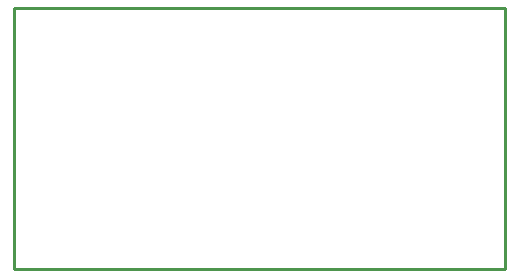
<source format=gko>
G04 Layer_Color=16711935*
%FSLAX24Y24*%
%MOIN*%
G70*
G01*
G75*
%ADD39C,0.0100*%
D39*
X168248Y123238D02*
X184609D01*
X168248D02*
Y131927D01*
X184609Y123238D02*
Y131927D01*
X168248D02*
X184609D01*
M02*

</source>
